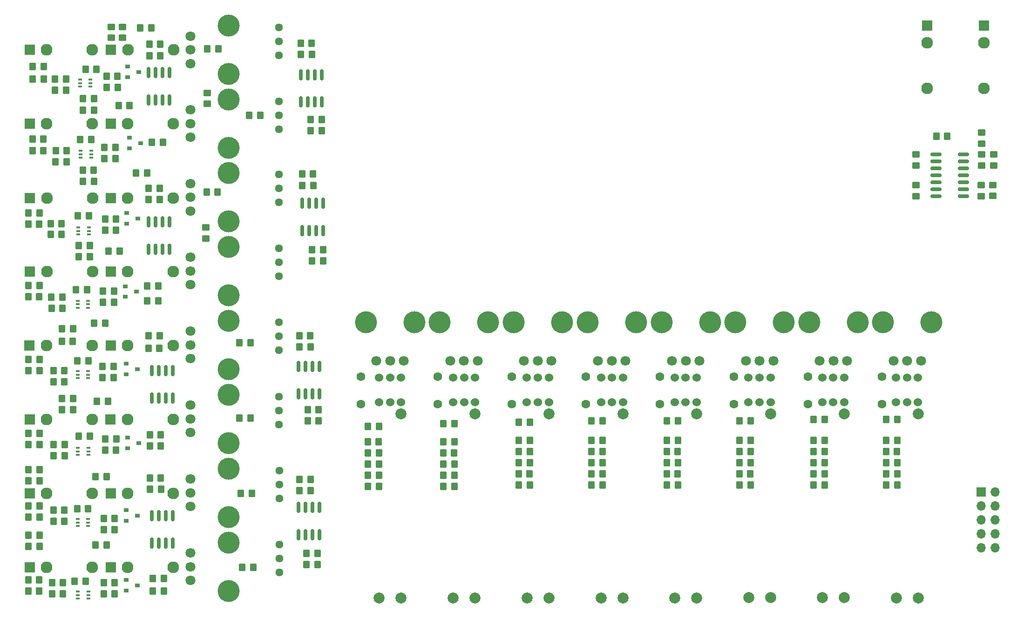
<source format=gbr>
%TF.GenerationSoftware,KiCad,Pcbnew,6.0.4-1.fc35*%
%TF.CreationDate,2022-05-28T16:25:33-04:00*%
%TF.ProjectId,kassuVCA,6b617373-7556-4434-912e-6b696361645f,rev?*%
%TF.SameCoordinates,Original*%
%TF.FileFunction,Soldermask,Bot*%
%TF.FilePolarity,Negative*%
%FSLAX46Y46*%
G04 Gerber Fmt 4.6, Leading zero omitted, Abs format (unit mm)*
G04 Created by KiCad (PCBNEW 6.0.4-1.fc35) date 2022-05-28 16:25:33*
%MOMM*%
%LPD*%
G01*
G04 APERTURE LIST*
G04 Aperture macros list*
%AMRoundRect*
0 Rectangle with rounded corners*
0 $1 Rounding radius*
0 $2 $3 $4 $5 $6 $7 $8 $9 X,Y pos of 4 corners*
0 Add a 4 corners polygon primitive as box body*
4,1,4,$2,$3,$4,$5,$6,$7,$8,$9,$2,$3,0*
0 Add four circle primitives for the rounded corners*
1,1,$1+$1,$2,$3*
1,1,$1+$1,$4,$5*
1,1,$1+$1,$6,$7*
1,1,$1+$1,$8,$9*
0 Add four rect primitives between the rounded corners*
20,1,$1+$1,$2,$3,$4,$5,0*
20,1,$1+$1,$4,$5,$6,$7,0*
20,1,$1+$1,$6,$7,$8,$9,0*
20,1,$1+$1,$8,$9,$2,$3,0*%
G04 Aperture macros list end*
%ADD10C,2.000000*%
%ADD11RoundRect,0.249999X0.350001X0.450001X-0.350001X0.450001X-0.350001X-0.450001X0.350001X-0.450001X0*%
%ADD12RoundRect,0.150000X-0.150000X0.825000X-0.150000X-0.825000X0.150000X-0.825000X0.150000X0.825000X0*%
%ADD13RoundRect,0.150000X-0.825000X-0.150000X0.825000X-0.150000X0.825000X0.150000X-0.825000X0.150000X0*%
%ADD14C,1.440000*%
%ADD15RoundRect,0.249999X-0.350001X-0.450001X0.350001X-0.450001X0.350001X0.450001X-0.350001X0.450001X0*%
%ADD16RoundRect,0.249999X-0.450001X0.350001X-0.450001X-0.350001X0.450001X-0.350001X0.450001X0.350001X0*%
%ADD17RoundRect,0.249999X0.450001X-0.350001X0.450001X0.350001X-0.450001X0.350001X-0.450001X-0.350001X0*%
%ADD18R,0.650000X0.400000*%
%ADD19R,0.900000X0.800000*%
%ADD20C,4.000000*%
%ADD21C,1.800000*%
%ADD22C,2.130000*%
%ADD23R,1.930000X1.830000*%
%ADD24C,1.524000*%
%ADD25O,1.700000X1.700000*%
%ADD26R,1.700000X1.700000*%
%ADD27R,1.830000X1.930000*%
%ADD28C,1.600000*%
G04 APERTURE END LIST*
D10*
%TO.C,Level8*%
X188734200Y-98566000D03*
X184734200Y-132066000D03*
X188734200Y-132066000D03*
%TD*%
%TO.C,Level7*%
X175304200Y-132040600D03*
X171304200Y-132040600D03*
X175304200Y-98540600D03*
%TD*%
%TO.C,Level6*%
X161886400Y-132040600D03*
X157886400Y-132040600D03*
X161886400Y-98540600D03*
%TD*%
%TO.C,Level5*%
X148475200Y-98566000D03*
X144475200Y-132066000D03*
X148475200Y-132066000D03*
%TD*%
%TO.C,Level4*%
X135064000Y-132066000D03*
X131064000Y-132066000D03*
X135064000Y-98566000D03*
%TD*%
%TO.C,Level3*%
X121583200Y-132066000D03*
X117583200Y-132066000D03*
X121583200Y-98566000D03*
%TD*%
%TO.C,Level2*%
X108172000Y-132066000D03*
X104172000Y-132066000D03*
X108172000Y-98566000D03*
%TD*%
%TO.C,Level1*%
X94710000Y-132066000D03*
X90710000Y-132066000D03*
X94710000Y-98566000D03*
%TD*%
D11*
%TO.C,R517*%
X40894000Y-65151000D03*
X42894000Y-65151000D03*
%TD*%
D12*
%TO.C,U502*%
X76708000Y-65213000D03*
X77978000Y-65213000D03*
X79248000Y-65213000D03*
X80518000Y-65213000D03*
X80518000Y-60263000D03*
X79248000Y-60263000D03*
X77978000Y-60263000D03*
X76708000Y-60263000D03*
%TD*%
%TO.C,U501*%
X48768000Y-68577000D03*
X50038000Y-68577000D03*
X51308000Y-68577000D03*
X52578000Y-68577000D03*
X52578000Y-63627000D03*
X51308000Y-63627000D03*
X50038000Y-63627000D03*
X48768000Y-63627000D03*
%TD*%
%TO.C,U402*%
X76454000Y-41780000D03*
X77724000Y-41780000D03*
X78994000Y-41780000D03*
X80264000Y-41780000D03*
X80264000Y-36830000D03*
X78994000Y-36830000D03*
X77724000Y-36830000D03*
X76454000Y-36830000D03*
%TD*%
%TO.C,U401*%
X48768000Y-41402000D03*
X50038000Y-41402000D03*
X51308000Y-41402000D03*
X52578000Y-41402000D03*
X52578000Y-36452000D03*
X51308000Y-36452000D03*
X50038000Y-36452000D03*
X48768000Y-36452000D03*
%TD*%
D13*
%TO.C,U301*%
X196923000Y-58970000D03*
X196923000Y-57700000D03*
X196923000Y-56430000D03*
X196923000Y-55160000D03*
X196923000Y-53890000D03*
X196923000Y-52620000D03*
X196923000Y-51350000D03*
X191973000Y-51350000D03*
X191973000Y-52620000D03*
X191973000Y-53890000D03*
X191973000Y-55160000D03*
X191973000Y-56430000D03*
X191973000Y-57700000D03*
X191973000Y-58970000D03*
%TD*%
D12*
%TO.C,U4*%
X76073000Y-120585000D03*
X77343000Y-120585000D03*
X78613000Y-120585000D03*
X79883000Y-120585000D03*
X79883000Y-115635000D03*
X78613000Y-115635000D03*
X77343000Y-115635000D03*
X76073000Y-115635000D03*
%TD*%
%TO.C,U3*%
X49403000Y-122109000D03*
X50673000Y-122109000D03*
X51943000Y-122109000D03*
X53213000Y-122109000D03*
X53213000Y-117159000D03*
X51943000Y-117159000D03*
X50673000Y-117159000D03*
X49403000Y-117159000D03*
%TD*%
%TO.C,U2*%
X76073000Y-94931000D03*
X77343000Y-94931000D03*
X78613000Y-94931000D03*
X79883000Y-94931000D03*
X79883000Y-89981000D03*
X78613000Y-89981000D03*
X77343000Y-89981000D03*
X76073000Y-89981000D03*
%TD*%
%TO.C,U1*%
X49403000Y-95693000D03*
X50673000Y-95693000D03*
X51943000Y-95693000D03*
X53213000Y-95693000D03*
X53213000Y-90743000D03*
X51943000Y-90743000D03*
X50673000Y-90743000D03*
X49403000Y-90743000D03*
%TD*%
D14*
%TO.C,Trim8*%
X72539823Y-127412010D03*
X72539823Y-124872010D03*
X72539823Y-122332010D03*
%TD*%
%TO.C,Trim7*%
X72539823Y-113969682D03*
X72539823Y-111429682D03*
X72539823Y-108889682D03*
%TD*%
%TO.C,Trim6*%
X72513103Y-100485519D03*
X72513103Y-97945519D03*
X72513103Y-95405519D03*
%TD*%
%TO.C,Trim5*%
X72513103Y-87010957D03*
X72513103Y-84470957D03*
X72513103Y-81930957D03*
%TD*%
%TO.C,Trim4*%
X72517000Y-73533000D03*
X72517000Y-70993000D03*
X72517000Y-68453000D03*
%TD*%
%TO.C,Trim3*%
X72517000Y-60071000D03*
X72517000Y-57531000D03*
X72517000Y-54991000D03*
%TD*%
%TO.C,Trim2*%
X72517000Y-46736000D03*
X72517000Y-44196000D03*
X72517000Y-41656000D03*
%TD*%
%TO.C,Trim1*%
X72517000Y-33274000D03*
X72517000Y-30734000D03*
X72517000Y-28194000D03*
%TD*%
D15*
%TO.C,R542*%
X131318000Y-103378000D03*
X129318000Y-103378000D03*
%TD*%
%TO.C,R541*%
X131318000Y-107442000D03*
X129318000Y-107442000D03*
%TD*%
%TO.C,R540*%
X118110000Y-103378000D03*
X116110000Y-103378000D03*
%TD*%
%TO.C,R539*%
X118094000Y-107442000D03*
X116094000Y-107442000D03*
%TD*%
D11*
%TO.C,R538*%
X129318000Y-105410000D03*
X131318000Y-105410000D03*
%TD*%
%TO.C,R537*%
X129318000Y-109474000D03*
X131318000Y-109474000D03*
%TD*%
%TO.C,R536*%
X116094000Y-105410000D03*
X118094000Y-105410000D03*
%TD*%
%TO.C,R535*%
X116078000Y-109474000D03*
X118078000Y-109474000D03*
%TD*%
D15*
%TO.C,R534*%
X131302000Y-111506000D03*
X129302000Y-111506000D03*
%TD*%
%TO.C,R533*%
X118110000Y-111506000D03*
X116110000Y-111506000D03*
%TD*%
%TO.C,R532*%
X80518000Y-68707000D03*
X78518000Y-68707000D03*
%TD*%
%TO.C,R531*%
X78724000Y-57023000D03*
X76724000Y-57023000D03*
%TD*%
D11*
%TO.C,R530*%
X31147000Y-79375000D03*
X33147000Y-79375000D03*
%TD*%
%TO.C,R529*%
X30988000Y-65913000D03*
X32988000Y-65913000D03*
%TD*%
D15*
%TO.C,R528*%
X33131000Y-77343000D03*
X31131000Y-77343000D03*
%TD*%
D11*
%TO.C,R527*%
X78502000Y-70739000D03*
X80502000Y-70739000D03*
%TD*%
D15*
%TO.C,R526*%
X32982000Y-63936000D03*
X30982000Y-63936000D03*
%TD*%
D11*
%TO.C,R525*%
X76708000Y-54864000D03*
X78708000Y-54864000D03*
%TD*%
%TO.C,R524*%
X40513000Y-76200000D03*
X42513000Y-76200000D03*
%TD*%
%TO.C,R523*%
X40894000Y-63119000D03*
X42894000Y-63119000D03*
%TD*%
%TO.C,R522*%
X41545000Y-68961000D03*
X43545000Y-68961000D03*
%TD*%
%TO.C,R521*%
X35576000Y-75946000D03*
X37576000Y-75946000D03*
%TD*%
%TO.C,R520*%
X46498000Y-54737000D03*
X48498000Y-54737000D03*
%TD*%
%TO.C,R519*%
X35941000Y-62484000D03*
X37941000Y-62484000D03*
%TD*%
%TO.C,R518*%
X40513000Y-78284000D03*
X42513000Y-78284000D03*
%TD*%
D15*
%TO.C,R516*%
X131302000Y-99822000D03*
X129302000Y-99822000D03*
%TD*%
D11*
%TO.C,R515*%
X26924000Y-77216000D03*
X28924000Y-77216000D03*
%TD*%
D15*
%TO.C,R514*%
X118110000Y-100076000D03*
X116110000Y-100076000D03*
%TD*%
D11*
%TO.C,R513*%
X26924000Y-64008000D03*
X28924000Y-64008000D03*
%TD*%
D15*
%TO.C,R512*%
X50546000Y-77978000D03*
X48546000Y-77978000D03*
%TD*%
%TO.C,R511*%
X61341000Y-58166000D03*
X59341000Y-58166000D03*
%TD*%
%TO.C,R510*%
X50530000Y-75311000D03*
X48530000Y-75311000D03*
%TD*%
%TO.C,R509*%
X50800000Y-57531000D03*
X48800000Y-57531000D03*
%TD*%
D16*
%TO.C,R508*%
X59182000Y-66659000D03*
X59182000Y-64659000D03*
%TD*%
D11*
%TO.C,R507*%
X48784000Y-59563000D03*
X50784000Y-59563000D03*
%TD*%
D15*
%TO.C,R506*%
X28956000Y-75184000D03*
X26956000Y-75184000D03*
%TD*%
%TO.C,R505*%
X28956000Y-61976000D03*
X26956000Y-61976000D03*
%TD*%
D11*
%TO.C,R504*%
X36084000Y-69977000D03*
X38084000Y-69977000D03*
%TD*%
%TO.C,R503*%
X36846000Y-56261000D03*
X38846000Y-56261000D03*
%TD*%
D15*
%TO.C,R502*%
X38084000Y-67945000D03*
X36084000Y-67945000D03*
%TD*%
%TO.C,R501*%
X38830000Y-54229000D03*
X36830000Y-54229000D03*
%TD*%
%TO.C,R442*%
X104378000Y-103632000D03*
X102378000Y-103632000D03*
%TD*%
%TO.C,R441*%
X104394000Y-107696000D03*
X102394000Y-107696000D03*
%TD*%
%TO.C,R440*%
X90646000Y-103632000D03*
X88646000Y-103632000D03*
%TD*%
%TO.C,R439*%
X90662000Y-107696000D03*
X88662000Y-107696000D03*
%TD*%
D11*
%TO.C,R438*%
X102362000Y-105664000D03*
X104362000Y-105664000D03*
%TD*%
%TO.C,R437*%
X102394000Y-109728000D03*
X104394000Y-109728000D03*
%TD*%
%TO.C,R436*%
X88662000Y-105664000D03*
X90662000Y-105664000D03*
%TD*%
%TO.C,R435*%
X88662000Y-109728000D03*
X90662000Y-109728000D03*
%TD*%
D15*
%TO.C,R434*%
X104394000Y-111760000D03*
X102394000Y-111760000D03*
%TD*%
%TO.C,R433*%
X90662000Y-111760000D03*
X88662000Y-111760000D03*
%TD*%
%TO.C,R432*%
X80264000Y-44958000D03*
X78264000Y-44958000D03*
%TD*%
%TO.C,R431*%
X78470000Y-33147000D03*
X76470000Y-33147000D03*
%TD*%
D11*
%TO.C,R430*%
X31877000Y-52705000D03*
X33877000Y-52705000D03*
%TD*%
%TO.C,R429*%
X31782000Y-39624000D03*
X33782000Y-39624000D03*
%TD*%
D15*
%TO.C,R428*%
X33909000Y-50673000D03*
X31909000Y-50673000D03*
%TD*%
D11*
%TO.C,R427*%
X78264000Y-46990000D03*
X80264000Y-46990000D03*
%TD*%
D15*
%TO.C,R426*%
X33782000Y-37592000D03*
X31782000Y-37592000D03*
%TD*%
D11*
%TO.C,R425*%
X76454000Y-31115000D03*
X78454000Y-31115000D03*
%TD*%
%TO.C,R424*%
X40767000Y-50038000D03*
X42767000Y-50038000D03*
%TD*%
%TO.C,R423*%
X41148000Y-37084000D03*
X43148000Y-37084000D03*
%TD*%
D15*
%TO.C,R422*%
X45339000Y-42418000D03*
X43339000Y-42418000D03*
%TD*%
D11*
%TO.C,R421*%
X36354000Y-48641000D03*
X38354000Y-48641000D03*
%TD*%
%TO.C,R420*%
X47260000Y-28321000D03*
X49260000Y-28321000D03*
%TD*%
%TO.C,R419*%
X37338000Y-35814000D03*
X39338000Y-35814000D03*
%TD*%
%TO.C,R418*%
X40767000Y-52070000D03*
X42767000Y-52070000D03*
%TD*%
%TO.C,R417*%
X41180000Y-39116000D03*
X43180000Y-39116000D03*
%TD*%
D15*
%TO.C,R416*%
X104394000Y-100330000D03*
X102394000Y-100330000D03*
%TD*%
D11*
%TO.C,R415*%
X27686000Y-50673000D03*
X29686000Y-50673000D03*
%TD*%
D15*
%TO.C,R414*%
X90678000Y-100838000D03*
X88678000Y-100838000D03*
%TD*%
D11*
%TO.C,R413*%
X27718000Y-37592000D03*
X29718000Y-37592000D03*
%TD*%
D15*
%TO.C,R412*%
X69072000Y-44196000D03*
X67072000Y-44196000D03*
%TD*%
%TO.C,R411*%
X61452000Y-32131000D03*
X59452000Y-32131000D03*
%TD*%
%TO.C,R410*%
X51419000Y-49149000D03*
X49419000Y-49149000D03*
%TD*%
%TO.C,R409*%
X50927000Y-31242000D03*
X48927000Y-31242000D03*
%TD*%
D16*
%TO.C,R408*%
X59436000Y-42132000D03*
X59436000Y-40132000D03*
%TD*%
D11*
%TO.C,R407*%
X48927000Y-33401000D03*
X50927000Y-33401000D03*
%TD*%
D15*
%TO.C,R406*%
X29686000Y-48514000D03*
X27686000Y-48514000D03*
%TD*%
%TO.C,R405*%
X29718000Y-35306000D03*
X27718000Y-35306000D03*
%TD*%
D11*
%TO.C,R404*%
X36862000Y-43307000D03*
X38862000Y-43307000D03*
%TD*%
D17*
%TO.C,R403*%
X44069000Y-28099000D03*
X44069000Y-30099000D03*
%TD*%
D15*
%TO.C,R402*%
X38846000Y-41148000D03*
X36846000Y-41148000D03*
%TD*%
D16*
%TO.C,R401*%
X42037000Y-30092400D03*
X42037000Y-28092400D03*
%TD*%
%TO.C,R308*%
X200279000Y-49387000D03*
X200279000Y-47387000D03*
%TD*%
%TO.C,R307*%
X202311000Y-58896000D03*
X202311000Y-56896000D03*
%TD*%
D17*
%TO.C,R306*%
X200152000Y-56912000D03*
X200152000Y-58912000D03*
%TD*%
D16*
%TO.C,R305*%
X200279000Y-53340000D03*
X200279000Y-51340000D03*
%TD*%
D11*
%TO.C,R304*%
X192024000Y-48006000D03*
X194024000Y-48006000D03*
%TD*%
D17*
%TO.C,R303*%
X202438000Y-51324000D03*
X202438000Y-53324000D03*
%TD*%
%TO.C,R302*%
X188341000Y-56928000D03*
X188341000Y-58928000D03*
%TD*%
D16*
%TO.C,R301*%
X188341000Y-53324000D03*
X188341000Y-51324000D03*
%TD*%
D15*
%TO.C,R84*%
X184912000Y-103378000D03*
X182912000Y-103378000D03*
%TD*%
%TO.C,R83*%
X184912000Y-107442000D03*
X182912000Y-107442000D03*
%TD*%
%TO.C,R82*%
X171704000Y-103378000D03*
X169704000Y-103378000D03*
%TD*%
%TO.C,R81*%
X171688000Y-107442000D03*
X169688000Y-107442000D03*
%TD*%
D11*
%TO.C,R80*%
X182880000Y-105410000D03*
X184880000Y-105410000D03*
%TD*%
%TO.C,R79*%
X182896000Y-109474000D03*
X184896000Y-109474000D03*
%TD*%
%TO.C,R78*%
X169688000Y-105410000D03*
X171688000Y-105410000D03*
%TD*%
%TO.C,R77*%
X169688000Y-109474000D03*
X171688000Y-109474000D03*
%TD*%
D15*
%TO.C,R76*%
X184912000Y-111506000D03*
X182912000Y-111506000D03*
%TD*%
%TO.C,R75*%
X171704000Y-111506000D03*
X169704000Y-111506000D03*
%TD*%
%TO.C,R74*%
X79502000Y-123952000D03*
X77502000Y-123952000D03*
%TD*%
%TO.C,R73*%
X78232000Y-112522000D03*
X76232000Y-112522000D03*
%TD*%
D11*
%TO.C,R72*%
X31242000Y-129286000D03*
X33242000Y-129286000D03*
%TD*%
%TO.C,R71*%
X31496000Y-118110000D03*
X33496000Y-118110000D03*
%TD*%
D15*
%TO.C,R70*%
X33242000Y-131318000D03*
X31242000Y-131318000D03*
%TD*%
D11*
%TO.C,R69*%
X77486000Y-125984000D03*
X79486000Y-125984000D03*
%TD*%
D15*
%TO.C,R68*%
X33496000Y-116078000D03*
X31496000Y-116078000D03*
%TD*%
D11*
%TO.C,R67*%
X76232000Y-110490000D03*
X78232000Y-110490000D03*
%TD*%
%TO.C,R66*%
X40640000Y-129286000D03*
X42640000Y-129286000D03*
%TD*%
%TO.C,R65*%
X40640000Y-117602000D03*
X42640000Y-117602000D03*
%TD*%
D15*
%TO.C,R64*%
X41132000Y-122428000D03*
X39132000Y-122428000D03*
%TD*%
D11*
%TO.C,R63*%
X35322000Y-129032000D03*
X37322000Y-129032000D03*
%TD*%
D15*
%TO.C,R62*%
X41132000Y-109982000D03*
X39132000Y-109982000D03*
%TD*%
D11*
%TO.C,R61*%
X35814000Y-115824000D03*
X37814000Y-115824000D03*
%TD*%
%TO.C,R60*%
X40640000Y-131318000D03*
X42640000Y-131318000D03*
%TD*%
%TO.C,R59*%
X40640000Y-119634000D03*
X42640000Y-119634000D03*
%TD*%
D15*
%TO.C,R58*%
X184896000Y-99568000D03*
X182896000Y-99568000D03*
%TD*%
D11*
%TO.C,R57*%
X26924000Y-130810000D03*
X28924000Y-130810000D03*
%TD*%
D15*
%TO.C,R56*%
X171688000Y-99568000D03*
X169688000Y-99568000D03*
%TD*%
D11*
%TO.C,R55*%
X26956000Y-117348000D03*
X28956000Y-117348000D03*
%TD*%
D15*
%TO.C,R54*%
X67818000Y-126492000D03*
X65818000Y-126492000D03*
%TD*%
%TO.C,R53*%
X67548000Y-113030000D03*
X65548000Y-113030000D03*
%TD*%
D11*
%TO.C,R52*%
X49546000Y-130810000D03*
X51546000Y-130810000D03*
%TD*%
%TO.C,R51*%
X49022000Y-110236000D03*
X51022000Y-110236000D03*
%TD*%
D15*
%TO.C,R50*%
X51546000Y-128524000D03*
X49546000Y-128524000D03*
%TD*%
%TO.C,R49*%
X51038000Y-112268000D03*
X49038000Y-112268000D03*
%TD*%
%TO.C,R48*%
X28924000Y-128778000D03*
X26924000Y-128778000D03*
%TD*%
%TO.C,R47*%
X28956000Y-115316000D03*
X26956000Y-115316000D03*
%TD*%
D11*
%TO.C,R46*%
X26940000Y-122682000D03*
X28940000Y-122682000D03*
%TD*%
%TO.C,R45*%
X26940000Y-110744000D03*
X28940000Y-110744000D03*
%TD*%
D15*
%TO.C,R44*%
X28956000Y-120650000D03*
X26956000Y-120650000D03*
%TD*%
%TO.C,R43*%
X28940000Y-108712000D03*
X26940000Y-108712000D03*
%TD*%
%TO.C,R42*%
X158226000Y-103378000D03*
X156226000Y-103378000D03*
%TD*%
%TO.C,R41*%
X158226000Y-107442000D03*
X156226000Y-107442000D03*
%TD*%
%TO.C,R40*%
X145034000Y-103378000D03*
X143034000Y-103378000D03*
%TD*%
%TO.C,R39*%
X145018000Y-107442000D03*
X143018000Y-107442000D03*
%TD*%
D11*
%TO.C,R38*%
X156226000Y-105410000D03*
X158226000Y-105410000D03*
%TD*%
%TO.C,R37*%
X156210000Y-109474000D03*
X158210000Y-109474000D03*
%TD*%
%TO.C,R36*%
X143002000Y-105410000D03*
X145002000Y-105410000D03*
%TD*%
%TO.C,R35*%
X143002000Y-109474000D03*
X145002000Y-109474000D03*
%TD*%
D15*
%TO.C,R34*%
X158226000Y-111506000D03*
X156226000Y-111506000D03*
%TD*%
%TO.C,R33*%
X145034000Y-111506000D03*
X143034000Y-111506000D03*
%TD*%
%TO.C,R32*%
X79724000Y-97790000D03*
X77724000Y-97790000D03*
%TD*%
%TO.C,R31*%
X78232000Y-86360000D03*
X76232000Y-86360000D03*
%TD*%
D11*
%TO.C,R30*%
X31512000Y-106172000D03*
X33512000Y-106172000D03*
%TD*%
%TO.C,R29*%
X31496000Y-92710000D03*
X33496000Y-92710000D03*
%TD*%
D15*
%TO.C,R28*%
X33512000Y-104140000D03*
X31512000Y-104140000D03*
%TD*%
D11*
%TO.C,R27*%
X77724000Y-99822000D03*
X79724000Y-99822000D03*
%TD*%
D15*
%TO.C,R26*%
X33496000Y-90678000D03*
X31496000Y-90678000D03*
%TD*%
D11*
%TO.C,R25*%
X76200000Y-84328000D03*
X78200000Y-84328000D03*
%TD*%
D15*
%TO.C,R24*%
X42910000Y-103124000D03*
X40910000Y-103124000D03*
%TD*%
D11*
%TO.C,R23*%
X40402000Y-89916000D03*
X42402000Y-89916000D03*
%TD*%
%TO.C,R22*%
X39386000Y-96266000D03*
X41386000Y-96266000D03*
%TD*%
%TO.C,R21*%
X36100000Y-102616000D03*
X38100000Y-102616000D03*
%TD*%
%TO.C,R20*%
X38894000Y-82042000D03*
X40894000Y-82042000D03*
%TD*%
%TO.C,R19*%
X35830000Y-88900000D03*
X37830000Y-88900000D03*
%TD*%
D15*
%TO.C,R18*%
X42894000Y-105156000D03*
X40894000Y-105156000D03*
%TD*%
D11*
%TO.C,R17*%
X40418000Y-91948000D03*
X42418000Y-91948000D03*
%TD*%
D15*
%TO.C,R16*%
X158242000Y-99822000D03*
X156242000Y-99822000D03*
%TD*%
D11*
%TO.C,R15*%
X26940000Y-104140000D03*
X28940000Y-104140000D03*
%TD*%
D15*
%TO.C,R14*%
X145034000Y-99822000D03*
X143034000Y-99822000D03*
%TD*%
D11*
%TO.C,R13*%
X26956000Y-90678000D03*
X28956000Y-90678000D03*
%TD*%
D15*
%TO.C,R12*%
X67294000Y-99314000D03*
X65294000Y-99314000D03*
%TD*%
%TO.C,R11*%
X67294000Y-85598000D03*
X65294000Y-85598000D03*
%TD*%
%TO.C,R10*%
X51022000Y-104394000D03*
X49022000Y-104394000D03*
%TD*%
%TO.C,R9*%
X50784000Y-84328000D03*
X48784000Y-84328000D03*
%TD*%
%TO.C,R8*%
X51022000Y-102362000D03*
X49022000Y-102362000D03*
%TD*%
D11*
%TO.C,R7*%
X48768000Y-86614000D03*
X50768000Y-86614000D03*
%TD*%
D15*
%TO.C,R6*%
X28940000Y-102108000D03*
X26940000Y-102108000D03*
%TD*%
%TO.C,R5*%
X28956000Y-88646000D03*
X26956000Y-88646000D03*
%TD*%
D11*
%TO.C,R4*%
X33036000Y-97790000D03*
X35036000Y-97790000D03*
%TD*%
%TO.C,R3*%
X33020000Y-85344000D03*
X35020000Y-85344000D03*
%TD*%
D15*
%TO.C,R2*%
X35036000Y-95758000D03*
X33036000Y-95758000D03*
%TD*%
%TO.C,R1*%
X35052000Y-83058000D03*
X33052000Y-83058000D03*
%TD*%
D18*
%TO.C,Q504*%
X37780000Y-79263000D03*
X37780000Y-77963000D03*
X35880000Y-78613000D03*
X37780000Y-78613000D03*
X35880000Y-77963000D03*
X35880000Y-79263000D03*
%TD*%
%TO.C,Q503*%
X37907000Y-65928000D03*
X37907000Y-64628000D03*
X36007000Y-65278000D03*
X37907000Y-65278000D03*
X36007000Y-64628000D03*
X36007000Y-65928000D03*
%TD*%
D19*
%TO.C,Q502*%
X46593000Y-76327000D03*
X44593000Y-75377000D03*
X44593000Y-77277000D03*
%TD*%
%TO.C,Q501*%
X46847000Y-62992000D03*
X44847000Y-62042000D03*
X44847000Y-63942000D03*
%TD*%
%TO.C,Q404*%
X47355000Y-49276000D03*
X45355000Y-48326000D03*
X45355000Y-50226000D03*
%TD*%
D18*
%TO.C,Q403*%
X38349000Y-51958000D03*
X38349000Y-50658000D03*
X36449000Y-51308000D03*
X38349000Y-51308000D03*
X36449000Y-50658000D03*
X36449000Y-51958000D03*
%TD*%
%TO.C,Q402*%
X38227000Y-39004000D03*
X38227000Y-37704000D03*
X36327000Y-38354000D03*
X38227000Y-38354000D03*
X36327000Y-37704000D03*
X36327000Y-39004000D03*
%TD*%
D19*
%TO.C,Q401*%
X46974000Y-36322000D03*
X44974000Y-35372000D03*
X44974000Y-37272000D03*
%TD*%
D18*
%TO.C,Q8*%
X37846000Y-132222000D03*
X37846000Y-130922000D03*
X35946000Y-131572000D03*
X37846000Y-131572000D03*
X35946000Y-130922000D03*
X35946000Y-132222000D03*
%TD*%
%TO.C,Q7*%
X37780000Y-119014000D03*
X37780000Y-117714000D03*
X35880000Y-118364000D03*
X37780000Y-118364000D03*
X35880000Y-117714000D03*
X35880000Y-119014000D03*
%TD*%
D19*
%TO.C,Q6*%
X46736000Y-129794000D03*
X44736000Y-128844000D03*
X44736000Y-130744000D03*
%TD*%
%TO.C,Q5*%
X46736000Y-117094000D03*
X44736000Y-116144000D03*
X44736000Y-118044000D03*
%TD*%
D18*
%TO.C,Q4*%
X37846000Y-106060000D03*
X37846000Y-104760000D03*
X35946000Y-105410000D03*
X37846000Y-105410000D03*
X35946000Y-104760000D03*
X35946000Y-106060000D03*
%TD*%
%TO.C,Q3*%
X37780000Y-92090000D03*
X37780000Y-90790000D03*
X35880000Y-91440000D03*
X37780000Y-91440000D03*
X35880000Y-90790000D03*
X35880000Y-92090000D03*
%TD*%
D19*
%TO.C,Q2*%
X46974000Y-103886000D03*
X44974000Y-102936000D03*
X44974000Y-104836000D03*
%TD*%
%TO.C,Q1*%
X46720000Y-90424000D03*
X44720000Y-89474000D03*
X44720000Y-91374000D03*
%TD*%
D20*
%TO.C,Pan8*%
X191115400Y-81904800D03*
X182315400Y-81904800D03*
D21*
X189215400Y-88904800D03*
X186715400Y-88904800D03*
X184215400Y-88904800D03*
%TD*%
D20*
%TO.C,Pan7*%
X177718800Y-81900000D03*
X168918800Y-81900000D03*
D21*
X175818800Y-88900000D03*
X173318800Y-88900000D03*
X170818800Y-88900000D03*
%TD*%
D20*
%TO.C,Pan6*%
X164307600Y-81900000D03*
X155507600Y-81900000D03*
D21*
X162407600Y-88900000D03*
X159907600Y-88900000D03*
X157407600Y-88900000D03*
%TD*%
%TO.C,Pan5*%
X143981800Y-88900000D03*
X146481800Y-88900000D03*
X148981800Y-88900000D03*
D20*
X142081800Y-81900000D03*
X150881800Y-81900000D03*
%TD*%
%TO.C,Pan4*%
X137409000Y-81900000D03*
X128609000Y-81900000D03*
D21*
X135509000Y-88900000D03*
X133009000Y-88900000D03*
X130509000Y-88900000D03*
%TD*%
D20*
%TO.C,Pan3*%
X123957800Y-81904800D03*
X115157800Y-81904800D03*
D21*
X122057800Y-88904800D03*
X119557800Y-88904800D03*
X117057800Y-88904800D03*
%TD*%
D20*
%TO.C,Pan2*%
X110521200Y-81904800D03*
X101721200Y-81904800D03*
D21*
X108621200Y-88904800D03*
X106121200Y-88904800D03*
X103621200Y-88904800D03*
%TD*%
D20*
%TO.C,Pan1*%
X97110000Y-81900000D03*
X88310000Y-81900000D03*
D21*
X95210000Y-88900000D03*
X92710000Y-88900000D03*
X90210000Y-88900000D03*
%TD*%
D22*
%TO.C,OutR301*%
X200699000Y-39313000D03*
D23*
X200699000Y-27913000D03*
D22*
X200699000Y-31013000D03*
%TD*%
%TO.C,OutL301*%
X190373000Y-39313000D03*
D23*
X190373000Y-27913000D03*
D22*
X190373000Y-31013000D03*
%TD*%
D24*
%TO.C,mute8*%
X184690000Y-91969200D03*
X186690000Y-91969200D03*
X188690000Y-91969200D03*
X188690000Y-96469200D03*
X186690000Y-96469200D03*
X184690000Y-96469200D03*
%TD*%
%TO.C,mute7*%
X171278800Y-91933200D03*
X173278800Y-91933200D03*
X175278800Y-91933200D03*
X175278800Y-96433200D03*
X173278800Y-96433200D03*
X171278800Y-96433200D03*
%TD*%
%TO.C,mute6*%
X157867600Y-91943800D03*
X159867600Y-91943800D03*
X161867600Y-91943800D03*
X161867600Y-96443800D03*
X159867600Y-96443800D03*
X157867600Y-96443800D03*
%TD*%
%TO.C,mute5*%
X144431000Y-91969200D03*
X146431000Y-91969200D03*
X148431000Y-91969200D03*
X148431000Y-96469200D03*
X146431000Y-96469200D03*
X144431000Y-96469200D03*
%TD*%
%TO.C,mute4*%
X131070600Y-91958600D03*
X133070600Y-91958600D03*
X135070600Y-91958600D03*
X135070600Y-96458600D03*
X133070600Y-96458600D03*
X131070600Y-96458600D03*
%TD*%
%TO.C,mute3*%
X117557800Y-91969200D03*
X119557800Y-91969200D03*
X121557800Y-91969200D03*
X121557800Y-96469200D03*
X119557800Y-96469200D03*
X117557800Y-96469200D03*
%TD*%
%TO.C,mute2*%
X104172000Y-91958600D03*
X106172000Y-91958600D03*
X108172000Y-91958600D03*
X108172000Y-96458600D03*
X106172000Y-96458600D03*
X104172000Y-96458600D03*
%TD*%
%TO.C,mute1*%
X90710000Y-91958600D03*
X92710000Y-91958600D03*
X94710000Y-91958600D03*
X94710000Y-96458600D03*
X92710000Y-96458600D03*
X90710000Y-96458600D03*
%TD*%
D25*
%TO.C,J201*%
X202692000Y-122936000D03*
X200152000Y-122936000D03*
X202692000Y-120396000D03*
X200152000Y-120396000D03*
X202692000Y-117856000D03*
X200152000Y-117856000D03*
X202692000Y-115316000D03*
X200152000Y-115316000D03*
X202692000Y-112776000D03*
D26*
X200152000Y-112776000D03*
%TD*%
D22*
%TO.C,In8*%
X38578000Y-126492000D03*
D27*
X27178000Y-126492000D03*
D22*
X30278000Y-126492000D03*
%TD*%
%TO.C,In7*%
X38578000Y-113030000D03*
D27*
X27178000Y-113030000D03*
D22*
X30278000Y-113030000D03*
%TD*%
%TO.C,In6*%
X38578000Y-99568000D03*
D27*
X27178000Y-99568000D03*
D22*
X30278000Y-99568000D03*
%TD*%
%TO.C,In5*%
X38526000Y-86106000D03*
D27*
X27126000Y-86106000D03*
D22*
X30226000Y-86106000D03*
%TD*%
%TO.C,IN4*%
X38608000Y-72644000D03*
D27*
X27208000Y-72644000D03*
D22*
X30308000Y-72644000D03*
%TD*%
%TO.C,IN3*%
X38608000Y-59309000D03*
D27*
X27208000Y-59309000D03*
D22*
X30308000Y-59309000D03*
%TD*%
%TO.C,IN2*%
X38578000Y-45720000D03*
D27*
X27178000Y-45720000D03*
D22*
X30278000Y-45720000D03*
%TD*%
%TO.C,IN1*%
X38578000Y-32258000D03*
D27*
X27178000Y-32258000D03*
D22*
X30278000Y-32258000D03*
%TD*%
D20*
%TO.C,CVAtten8*%
X63388000Y-130805000D03*
X63388000Y-122005000D03*
D21*
X56388000Y-128905000D03*
X56388000Y-126405000D03*
X56388000Y-123905000D03*
%TD*%
D20*
%TO.C,CVAtten7*%
X63388000Y-117343000D03*
X63388000Y-108543000D03*
D21*
X56388000Y-115443000D03*
X56388000Y-112943000D03*
X56388000Y-110443000D03*
%TD*%
D20*
%TO.C,CVAtten6*%
X63388000Y-103881000D03*
X63388000Y-95081000D03*
D21*
X56388000Y-101981000D03*
X56388000Y-99481000D03*
X56388000Y-96981000D03*
%TD*%
D20*
%TO.C,CVAtten5*%
X63373000Y-90419000D03*
X63373000Y-81619000D03*
D21*
X56373000Y-88519000D03*
X56373000Y-86019000D03*
X56373000Y-83519000D03*
%TD*%
D20*
%TO.C,CVAtten4*%
X63373000Y-76957000D03*
X63373000Y-68157000D03*
D21*
X56373000Y-75057000D03*
X56373000Y-72557000D03*
X56373000Y-70057000D03*
%TD*%
D20*
%TO.C,CVAtten3*%
X63373000Y-63537000D03*
X63373000Y-54737000D03*
D21*
X56373000Y-61637000D03*
X56373000Y-59137000D03*
X56373000Y-56637000D03*
%TD*%
D20*
%TO.C,CVAtten2*%
X63388000Y-50120000D03*
X63388000Y-41320000D03*
D21*
X56388000Y-48220000D03*
X56388000Y-45720000D03*
X56388000Y-43220000D03*
%TD*%
D20*
%TO.C,CVAtten1*%
X63388000Y-36698000D03*
X63388000Y-27898000D03*
D21*
X56388000Y-34798000D03*
X56388000Y-32298000D03*
X56388000Y-29798000D03*
%TD*%
D22*
%TO.C,CV8*%
X53310000Y-126492000D03*
D27*
X41910000Y-126492000D03*
D22*
X45010000Y-126492000D03*
%TD*%
%TO.C,CV7*%
X53310000Y-113030000D03*
D27*
X41910000Y-113030000D03*
D22*
X45010000Y-113030000D03*
%TD*%
%TO.C,CV6*%
X53258000Y-99568000D03*
D27*
X41858000Y-99568000D03*
D22*
X44958000Y-99568000D03*
%TD*%
%TO.C,CV5*%
X53310000Y-86106000D03*
D27*
X41910000Y-86106000D03*
D22*
X45010000Y-86106000D03*
%TD*%
%TO.C,CV4*%
X53310000Y-72644000D03*
D27*
X41910000Y-72644000D03*
D22*
X45010000Y-72644000D03*
%TD*%
%TO.C,CV3*%
X53310000Y-59309000D03*
D27*
X41910000Y-59309000D03*
D22*
X45010000Y-59309000D03*
%TD*%
%TO.C,CV2*%
X53310000Y-45720000D03*
D27*
X41910000Y-45720000D03*
D22*
X45010000Y-45720000D03*
%TD*%
%TO.C,CV1*%
X53340000Y-32258000D03*
D27*
X41940000Y-32258000D03*
D22*
X45040000Y-32258000D03*
%TD*%
D28*
%TO.C,C502*%
X128270000Y-91774000D03*
X128270000Y-96774000D03*
%TD*%
%TO.C,C501*%
X114808000Y-91774000D03*
X114808000Y-96774000D03*
%TD*%
%TO.C,C402*%
X101346000Y-91774000D03*
X101346000Y-96774000D03*
%TD*%
%TO.C,C401*%
X87376000Y-91774000D03*
X87376000Y-96774000D03*
%TD*%
%TO.C,C4*%
X182118000Y-91774000D03*
X182118000Y-96774000D03*
%TD*%
%TO.C,C3*%
X168656000Y-91774000D03*
X168656000Y-96774000D03*
%TD*%
%TO.C,C2*%
X155194000Y-91774000D03*
X155194000Y-96774000D03*
%TD*%
%TO.C,C1*%
X141732000Y-91774000D03*
X141732000Y-96774000D03*
%TD*%
M02*

</source>
